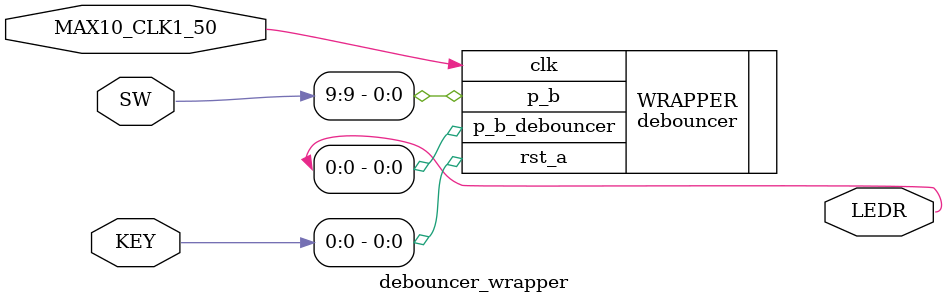
<source format=v>
module debouncer_wrapper(
	input [9:0] SW,
	input MAX10_CLK1_50,
	input [1:0] KEY,
	output [9:0] LEDR
);

debouncer WRAPPER(
	.p_b(SW[9]),
	.clk(MAX10_CLK1_50),
	.rst_a(KEY[0]),
	.p_b_debouncer(LEDR[0])
);

endmodule
</source>
